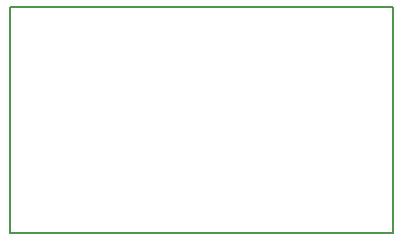
<source format=gko>
G04 DipTrace Beta 2.3.5.2*
%INBrolemetry.GKO*%
%MOIN*%
%ADD11C,0.0055*%
%FSLAX44Y44*%
G04*
G70*
G90*
G75*
G01*
%LNBoardOutline*%
%LPD*%
X12750Y0D2*
D11*
Y7562D1*
X0D1*
Y0D1*
X12750D1*
M02*

</source>
